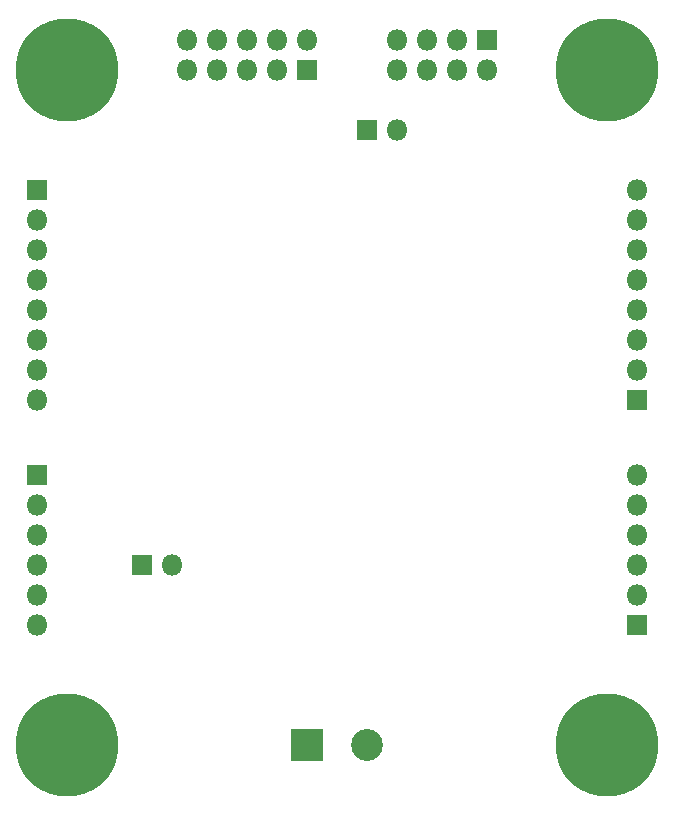
<source format=gbr>
%TF.GenerationSoftware,KiCad,Pcbnew,(5.1.6)-1*%
%TF.CreationDate,2021-04-07T17:49:54+02:00*%
%TF.ProjectId,atmega_isp,61746d65-6761-45f6-9973-702e6b696361,rev?*%
%TF.SameCoordinates,Original*%
%TF.FileFunction,Soldermask,Bot*%
%TF.FilePolarity,Negative*%
%FSLAX46Y46*%
G04 Gerber Fmt 4.6, Leading zero omitted, Abs format (unit mm)*
G04 Created by KiCad (PCBNEW (5.1.6)-1) date 2021-04-07 17:49:54*
%MOMM*%
%LPD*%
G01*
G04 APERTURE LIST*
%ADD10C,8.700000*%
%ADD11C,1.000000*%
%ADD12R,2.700000X2.700000*%
%ADD13C,2.700000*%
%ADD14R,1.800000X1.800000*%
%ADD15O,1.800000X1.800000*%
G04 APERTURE END LIST*
D10*
%TO.C,H4*%
X168910000Y-134620000D03*
D11*
X172135000Y-134620000D03*
X171190419Y-136900419D03*
X168910000Y-137845000D03*
X166629581Y-136900419D03*
X165685000Y-134620000D03*
X166629581Y-132339581D03*
X168910000Y-131395000D03*
X171190419Y-132339581D03*
%TD*%
%TO.C,H1*%
X171190419Y-75189581D03*
X168910000Y-74245000D03*
X166629581Y-75189581D03*
X165685000Y-77470000D03*
X166629581Y-79750419D03*
X168910000Y-80695000D03*
X171190419Y-79750419D03*
X172135000Y-77470000D03*
D10*
X168910000Y-77470000D03*
%TD*%
%TO.C,H2*%
X123190000Y-134620000D03*
D11*
X126415000Y-134620000D03*
X125470419Y-136900419D03*
X123190000Y-137845000D03*
X120909581Y-136900419D03*
X119965000Y-134620000D03*
X120909581Y-132339581D03*
X123190000Y-131395000D03*
X125470419Y-132339581D03*
%TD*%
%TO.C,H3*%
X125470419Y-75189581D03*
X123190000Y-74245000D03*
X120909581Y-75189581D03*
X119965000Y-77470000D03*
X120909581Y-79750419D03*
X123190000Y-80695000D03*
X125470419Y-79750419D03*
X126415000Y-77470000D03*
D10*
X123190000Y-77470000D03*
%TD*%
D12*
%TO.C,J1*%
X143510000Y-134620000D03*
D13*
X148590000Y-134620000D03*
%TD*%
D14*
%TO.C,J2*%
X171450000Y-105410000D03*
D15*
X171450000Y-102870000D03*
X171450000Y-100330000D03*
X171450000Y-97790000D03*
X171450000Y-95250000D03*
X171450000Y-92710000D03*
X171450000Y-90170000D03*
X171450000Y-87630000D03*
%TD*%
D14*
%TO.C,J4*%
X148590000Y-82550000D03*
D15*
X151130000Y-82550000D03*
%TD*%
%TO.C,J5*%
X132080000Y-119380000D03*
D14*
X129540000Y-119380000D03*
%TD*%
D15*
%TO.C,J6*%
X120650000Y-105410000D03*
X120650000Y-102870000D03*
X120650000Y-100330000D03*
X120650000Y-97790000D03*
X120650000Y-95250000D03*
X120650000Y-92710000D03*
X120650000Y-90170000D03*
D14*
X120650000Y-87630000D03*
%TD*%
%TO.C,J7*%
X120650000Y-111760000D03*
D15*
X120650000Y-114300000D03*
X120650000Y-116840000D03*
X120650000Y-119380000D03*
X120650000Y-121920000D03*
X120650000Y-124460000D03*
%TD*%
D14*
%TO.C,J8*%
X171450000Y-124460000D03*
D15*
X171450000Y-121920000D03*
X171450000Y-119380000D03*
X171450000Y-116840000D03*
X171450000Y-114300000D03*
X171450000Y-111760000D03*
%TD*%
D14*
%TO.C,J9*%
X158750000Y-74930000D03*
D15*
X158750000Y-77470000D03*
X156210000Y-74930000D03*
X156210000Y-77470000D03*
X153670000Y-74930000D03*
X153670000Y-77470000D03*
X151130000Y-74930000D03*
X151130000Y-77470000D03*
%TD*%
D14*
%TO.C,J3*%
X143510000Y-77470000D03*
D15*
X143510000Y-74930000D03*
X140970000Y-77470000D03*
X140970000Y-74930000D03*
X138430000Y-77470000D03*
X138430000Y-74930000D03*
X135890000Y-77470000D03*
X135890000Y-74930000D03*
X133350000Y-77470000D03*
X133350000Y-74930000D03*
%TD*%
M02*

</source>
